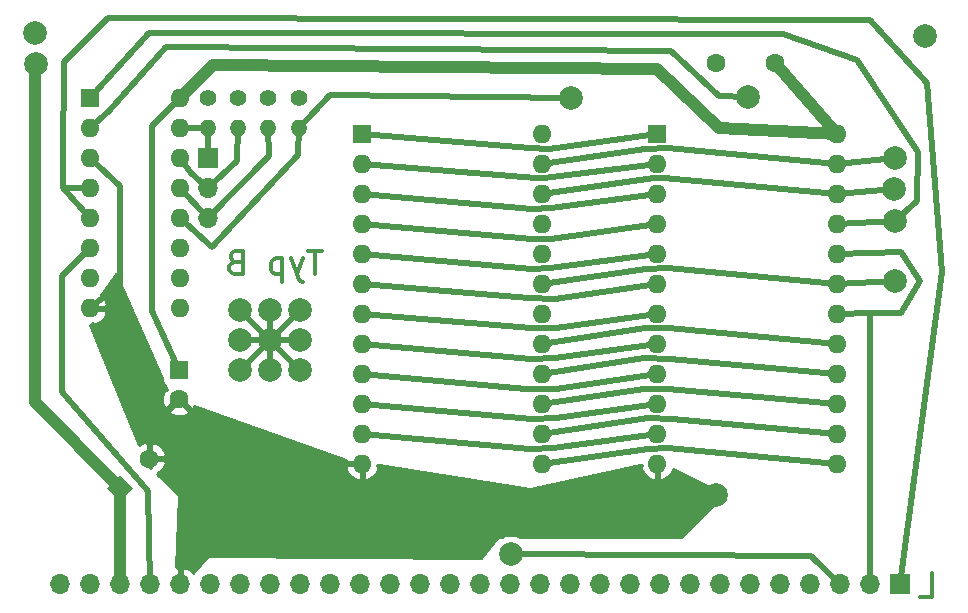
<source format=gbr>
%TF.GenerationSoftware,KiCad,Pcbnew,5.1.10*%
%TF.CreationDate,2021-11-29T21:20:16+01:00*%
%TF.ProjectId,Speichermodul_B,53706569-6368-4657-926d-6f64756c5f42,1*%
%TF.SameCoordinates,Original*%
%TF.FileFunction,Copper,L2,Bot*%
%TF.FilePolarity,Positive*%
%FSLAX46Y46*%
G04 Gerber Fmt 4.6, Leading zero omitted, Abs format (unit mm)*
G04 Created by KiCad (PCBNEW 5.1.10) date 2021-11-29 21:20:16*
%MOMM*%
%LPD*%
G01*
G04 APERTURE LIST*
%TA.AperFunction,NonConductor*%
%ADD10C,0.300000*%
%TD*%
%TA.AperFunction,ComponentPad*%
%ADD11O,1.400000X1.400000*%
%TD*%
%TA.AperFunction,ComponentPad*%
%ADD12C,1.400000*%
%TD*%
%TA.AperFunction,SMDPad,CuDef*%
%ADD13C,0.100000*%
%TD*%
%TA.AperFunction,SMDPad,CuDef*%
%ADD14R,5.080000X0.500000*%
%TD*%
%TA.AperFunction,SMDPad,CuDef*%
%ADD15R,0.500000X5.080000*%
%TD*%
%TA.AperFunction,SMDPad,CuDef*%
%ADD16C,2.000000*%
%TD*%
%TA.AperFunction,ComponentPad*%
%ADD17C,1.600000*%
%TD*%
%TA.AperFunction,ComponentPad*%
%ADD18R,1.600000X1.600000*%
%TD*%
%TA.AperFunction,ComponentPad*%
%ADD19O,1.700000X1.700000*%
%TD*%
%TA.AperFunction,ComponentPad*%
%ADD20R,1.700000X1.700000*%
%TD*%
%TA.AperFunction,ComponentPad*%
%ADD21O,1.600000X1.600000*%
%TD*%
%TA.AperFunction,ComponentPad*%
%ADD22C,0.100000*%
%TD*%
%TA.AperFunction,ViaPad*%
%ADD23C,2.000000*%
%TD*%
%TA.AperFunction,Conductor*%
%ADD24C,0.500000*%
%TD*%
%TA.AperFunction,Conductor*%
%ADD25C,1.000000*%
%TD*%
%TA.AperFunction,Conductor*%
%ADD26C,0.254000*%
%TD*%
%TA.AperFunction,Conductor*%
%ADD27C,0.100000*%
%TD*%
G04 APERTURE END LIST*
D10*
X190280952Y-136204761D02*
X191233333Y-136204761D01*
X191233333Y-134204761D01*
X139585476Y-106904761D02*
X138442619Y-106904761D01*
X139014047Y-108904761D02*
X139014047Y-106904761D01*
X137966428Y-107571428D02*
X137490238Y-108904761D01*
X137014047Y-107571428D02*
X137490238Y-108904761D01*
X137680714Y-109380952D01*
X137775952Y-109476190D01*
X137966428Y-109571428D01*
X136252142Y-107571428D02*
X136252142Y-109571428D01*
X136252142Y-107666666D02*
X136061666Y-107571428D01*
X135680714Y-107571428D01*
X135490238Y-107666666D01*
X135395000Y-107761904D01*
X135299761Y-107952380D01*
X135299761Y-108523809D01*
X135395000Y-108714285D01*
X135490238Y-108809523D01*
X135680714Y-108904761D01*
X136061666Y-108904761D01*
X136252142Y-108809523D01*
X132252142Y-107857142D02*
X131966428Y-107952380D01*
X131871190Y-108047619D01*
X131775952Y-108238095D01*
X131775952Y-108523809D01*
X131871190Y-108714285D01*
X131966428Y-108809523D01*
X132156904Y-108904761D01*
X132918809Y-108904761D01*
X132918809Y-106904761D01*
X132252142Y-106904761D01*
X132061666Y-107000000D01*
X131966428Y-107095238D01*
X131871190Y-107285714D01*
X131871190Y-107476190D01*
X131966428Y-107666666D01*
X132061666Y-107761904D01*
X132252142Y-107857142D01*
X132918809Y-107857142D01*
D11*
%TO.P,R4,2*%
%TO.N,Net-(R4-Pad2)*%
X137680000Y-96540000D03*
D12*
%TO.P,R4,1*%
%TO.N,U2*%
X137680000Y-94000000D03*
%TD*%
D11*
%TO.P,R3,2*%
%TO.N,Net-(R3-Pad2)*%
X135080000Y-96540000D03*
D12*
%TO.P,R3,1*%
%TO.N,U2*%
X135080000Y-94000000D03*
%TD*%
D11*
%TO.P,R2,2*%
%TO.N,Net-(R2-Pad2)*%
X132540000Y-96540000D03*
D12*
%TO.P,R2,1*%
%TO.N,U2*%
X132540000Y-94000000D03*
%TD*%
D11*
%TO.P,R1,2*%
%TO.N,Net-(R1-Pad2)*%
X130000000Y-96540000D03*
D12*
%TO.P,R1,1*%
%TO.N,U2*%
X130000000Y-94000000D03*
%TD*%
%TA.AperFunction,SMDPad,CuDef*%
D13*
%TO.P,REF\u002A\u002A,2*%
%TO.N,N/C*%
G36*
X132901903Y-111848350D02*
G01*
X137851650Y-116798097D01*
X137498097Y-117151650D01*
X132548350Y-112201903D01*
X132901903Y-111848350D01*
G37*
%TD.AperFunction*%
%TA.AperFunction,SMDPad,CuDef*%
G36*
X132548350Y-116798097D02*
G01*
X137498097Y-111848350D01*
X137851650Y-112201903D01*
X132901903Y-117151650D01*
X132548350Y-116798097D01*
G37*
%TD.AperFunction*%
D14*
X135200000Y-114500000D03*
D15*
X135200000Y-114500000D03*
D16*
%TO.P,REF\u002A\u002A,1*%
X132660000Y-114500000D03*
X132660000Y-111960000D03*
X135200000Y-111960000D03*
X137740000Y-111960000D03*
X137740000Y-114500000D03*
X137740000Y-117040000D03*
X135200000Y-117040000D03*
X132660000Y-117040000D03*
X135200000Y-114500000D03*
%TD*%
D17*
%TO.P,C4,2*%
%TO.N,GND*%
X127500000Y-119500000D03*
D18*
%TO.P,C4,1*%
%TO.N,+5P*%
X127500000Y-117000000D03*
%TD*%
D17*
%TO.P,C3,2*%
%TO.N,GND*%
X173000000Y-91000000D03*
%TO.P,C3,1*%
%TO.N,+5P*%
X178000000Y-91000000D03*
%TD*%
D19*
%TO.P,X11,3*%
%TO.N,Net-(R3-Pad2)*%
X130000000Y-104140000D03*
%TO.P,X11,2*%
%TO.N,Net-(R2-Pad2)*%
X130000000Y-101600000D03*
D20*
%TO.P,X11,1*%
%TO.N,Net-(R1-Pad2)*%
X130000000Y-99060000D03*
%TD*%
D21*
%TO.P,U3,24*%
%TO.N,U2*%
X158240000Y-97000000D03*
%TO.P,U3,12*%
%TO.N,GND*%
X143000000Y-124940000D03*
%TO.P,U3,23*%
%TO.N,/A8*%
X158240000Y-99540000D03*
%TO.P,U3,11*%
%TO.N,/D2*%
X143000000Y-122400000D03*
%TO.P,U3,22*%
%TO.N,/A9*%
X158240000Y-102080000D03*
%TO.P,U3,10*%
%TO.N,/D1*%
X143000000Y-119860000D03*
%TO.P,U3,21*%
%TO.N,R~W*%
X158240000Y-104620000D03*
%TO.P,U3,9*%
%TO.N,/D0*%
X143000000Y-117320000D03*
%TO.P,U3,20*%
%TO.N,Net-(R4-Pad2)*%
X158240000Y-107160000D03*
%TO.P,U3,8*%
%TO.N,/A0*%
X143000000Y-114780000D03*
%TO.P,U3,19*%
%TO.N,/A10*%
X158240000Y-109700000D03*
%TO.P,U3,7*%
%TO.N,/A1*%
X143000000Y-112240000D03*
%TO.P,U3,18*%
%TO.N,Net-(R4-Pad2)*%
X158240000Y-112240000D03*
%TO.P,U3,6*%
%TO.N,/A2*%
X143000000Y-109700000D03*
%TO.P,U3,17*%
%TO.N,/D7*%
X158240000Y-114780000D03*
%TO.P,U3,5*%
%TO.N,/A3*%
X143000000Y-107160000D03*
%TO.P,U3,16*%
%TO.N,/D6*%
X158240000Y-117320000D03*
%TO.P,U3,4*%
%TO.N,/A4*%
X143000000Y-104620000D03*
%TO.P,U3,15*%
%TO.N,/D5*%
X158240000Y-119860000D03*
%TO.P,U3,3*%
%TO.N,/A5*%
X143000000Y-102080000D03*
%TO.P,U3,14*%
%TO.N,/D4*%
X158240000Y-122400000D03*
%TO.P,U3,2*%
%TO.N,/A6*%
X143000000Y-99540000D03*
%TO.P,U3,13*%
%TO.N,/D3*%
X158240000Y-124940000D03*
D18*
%TO.P,U3,1*%
%TO.N,/A7*%
X143000000Y-97000000D03*
%TD*%
D21*
%TO.P,U2,24*%
%TO.N,+5P*%
X183240000Y-97000000D03*
%TO.P,U2,12*%
%TO.N,GND*%
X168000000Y-124940000D03*
%TO.P,U2,23*%
%TO.N,/A8*%
X183240000Y-99540000D03*
%TO.P,U2,11*%
%TO.N,/D2*%
X168000000Y-122400000D03*
%TO.P,U2,22*%
%TO.N,/A9*%
X183240000Y-102080000D03*
%TO.P,U2,10*%
%TO.N,/D1*%
X168000000Y-119860000D03*
%TO.P,U2,21*%
%TO.N,/A11*%
X183240000Y-104620000D03*
%TO.P,U2,9*%
%TO.N,/D0*%
X168000000Y-117320000D03*
%TO.P,U2,20*%
%TO.N,~CSB*%
X183240000Y-107160000D03*
%TO.P,U2,8*%
%TO.N,/A0*%
X168000000Y-114780000D03*
%TO.P,U2,19*%
%TO.N,/A10*%
X183240000Y-109700000D03*
%TO.P,U2,7*%
%TO.N,/A1*%
X168000000Y-112240000D03*
%TO.P,U2,18*%
%TO.N,~CSB*%
X183240000Y-112240000D03*
%TO.P,U2,6*%
%TO.N,/A2*%
X168000000Y-109700000D03*
%TO.P,U2,17*%
%TO.N,/D7*%
X183240000Y-114780000D03*
%TO.P,U2,5*%
%TO.N,/A3*%
X168000000Y-107160000D03*
%TO.P,U2,16*%
%TO.N,/D6*%
X183240000Y-117320000D03*
%TO.P,U2,4*%
%TO.N,/A4*%
X168000000Y-104620000D03*
%TO.P,U2,15*%
%TO.N,/D5*%
X183240000Y-119860000D03*
%TO.P,U2,3*%
%TO.N,/A5*%
X168000000Y-102080000D03*
%TO.P,U2,14*%
%TO.N,/D4*%
X183240000Y-122400000D03*
%TO.P,U2,2*%
%TO.N,/A6*%
X168000000Y-99540000D03*
%TO.P,U2,13*%
%TO.N,/D3*%
X183240000Y-124940000D03*
D18*
%TO.P,U2,1*%
%TO.N,/A7*%
X168000000Y-97000000D03*
%TD*%
D17*
%TO.P,C5,2*%
%TO.N,GND*%
X124974874Y-124525126D03*
%TA.AperFunction,ComponentPad*%
D22*
%TO.P,C5,1*%
%TO.N,U2*%
G36*
X122500000Y-128131371D02*
G01*
X121368629Y-127000000D01*
X122500000Y-125868629D01*
X123631371Y-127000000D01*
X122500000Y-128131371D01*
G37*
%TD.AperFunction*%
%TD*%
D19*
%TO.P,X10,29*%
%TO.N,Net-(X10-Pad29)*%
X117470000Y-135160000D03*
%TO.P,X10,28*%
%TO.N,+5P*%
X120010000Y-135160000D03*
%TO.P,X10,27*%
%TO.N,U2*%
X122550000Y-135160000D03*
%TO.P,X10,26*%
%TO.N,U1*%
X125090000Y-135160000D03*
%TO.P,X10,25*%
%TO.N,GND*%
X127630000Y-135160000D03*
%TO.P,X10,24*%
%TO.N,/A7*%
X130170000Y-135160000D03*
%TO.P,X10,23*%
%TO.N,/A6*%
X132710000Y-135160000D03*
%TO.P,X10,22*%
%TO.N,/A5*%
X135250000Y-135160000D03*
%TO.P,X10,21*%
%TO.N,/A4*%
X137790000Y-135160000D03*
%TO.P,X10,20*%
%TO.N,/A3*%
X140330000Y-135160000D03*
%TO.P,X10,19*%
%TO.N,/A2*%
X142870000Y-135160000D03*
%TO.P,X10,18*%
%TO.N,/A1*%
X145410000Y-135160000D03*
%TO.P,X10,17*%
%TO.N,/A0*%
X147950000Y-135160000D03*
%TO.P,X10,16*%
%TO.N,/D0*%
X150490000Y-135160000D03*
%TO.P,X10,15*%
%TO.N,/D1*%
X153030000Y-135160000D03*
%TO.P,X10,14*%
%TO.N,/D2*%
X155570000Y-135160000D03*
%TO.P,X10,13*%
%TO.N,/D3*%
X158110000Y-135160000D03*
%TO.P,X10,12*%
%TO.N,/D4*%
X160650000Y-135160000D03*
%TO.P,X10,11*%
%TO.N,/D5*%
X163190000Y-135160000D03*
%TO.P,X10,10*%
%TO.N,/D6*%
X165730000Y-135160000D03*
%TO.P,X10,9*%
%TO.N,/D7*%
X168270000Y-135160000D03*
%TO.P,X10,8*%
%TO.N,/A12*%
X170810000Y-135160000D03*
%TO.P,X10,7*%
%TO.N,/A11*%
X173350000Y-135160000D03*
%TO.P,X10,6*%
%TO.N,/A10*%
X175890000Y-135160000D03*
%TO.P,X10,5*%
%TO.N,/A9*%
X178430000Y-135160000D03*
%TO.P,X10,4*%
%TO.N,/A8*%
X180970000Y-135160000D03*
%TO.P,X10,3*%
%TO.N,R~W*%
X183510000Y-135160000D03*
%TO.P,X10,2*%
%TO.N,~CSB*%
X186050000Y-135160000D03*
D20*
%TO.P,X10,1*%
%TO.N,/~CSA*%
X188590000Y-135160000D03*
%TD*%
D21*
%TO.P,U15,16*%
%TO.N,+5P*%
X127620000Y-94000000D03*
%TO.P,U15,8*%
%TO.N,GND*%
X120000000Y-111780000D03*
%TO.P,U15,15*%
%TO.N,Net-(R1-Pad2)*%
X127620000Y-96540000D03*
%TO.P,U15,7*%
%TO.N,Net-(U15-Pad7)*%
X120000000Y-109240000D03*
%TO.P,U15,14*%
%TO.N,Net-(R2-Pad2)*%
X127620000Y-99080000D03*
%TO.P,U15,6*%
%TO.N,U1*%
X120000000Y-106700000D03*
%TO.P,U15,13*%
%TO.N,Net-(R3-Pad2)*%
X127620000Y-101620000D03*
%TO.P,U15,5*%
%TO.N,/~CSA*%
X120000000Y-104160000D03*
%TO.P,U15,12*%
%TO.N,Net-(R4-Pad2)*%
X127620000Y-104160000D03*
%TO.P,U15,4*%
%TO.N,/~CSA*%
X120000000Y-101620000D03*
%TO.P,U15,11*%
%TO.N,Net-(U15-Pad11)*%
X127620000Y-106700000D03*
%TO.P,U15,3*%
%TO.N,GND*%
X120000000Y-99080000D03*
%TO.P,U15,10*%
%TO.N,Net-(U15-Pad10)*%
X127620000Y-109240000D03*
%TO.P,U15,2*%
%TO.N,/A12*%
X120000000Y-96540000D03*
%TO.P,U15,9*%
%TO.N,Net-(U15-Pad9)*%
X127620000Y-111780000D03*
D18*
%TO.P,U15,1*%
%TO.N,/A11*%
X120000000Y-94000000D03*
%TD*%
D23*
%TO.N,*%
X115300000Y-88500000D03*
X190700000Y-88700000D03*
%TO.N,GND*%
X173000000Y-127600000D03*
%TO.N,/A8*%
X188100000Y-99100000D03*
%TO.N,/A9*%
X188000000Y-101700000D03*
%TO.N,/A10*%
X188100000Y-109500000D03*
%TO.N,R~W*%
X155600000Y-132600000D03*
%TO.N,/A12*%
X175700000Y-93900000D03*
%TO.N,/A11*%
X188100000Y-104400000D03*
%TO.N,U2*%
X115400000Y-91100000D03*
%TO.N,Net-(R4-Pad2)*%
X160700000Y-94000000D03*
%TD*%
D24*
%TO.N,GND*%
X120000000Y-99080000D02*
X122500000Y-101400000D01*
X122500000Y-101400000D02*
X122500000Y-109700000D01*
X122500000Y-109700000D02*
X120000000Y-111780000D01*
X127500000Y-119500000D02*
X125800000Y-121200000D01*
%TO.N,+5P*%
X127620000Y-94000000D02*
X125200000Y-96400000D01*
X125200000Y-96400000D02*
X125200000Y-112000000D01*
X125200000Y-112000000D02*
X127500000Y-117000000D01*
D25*
X178000000Y-91000000D02*
X183240000Y-97000000D01*
X173200000Y-96500000D02*
X183240000Y-97000000D01*
X168000000Y-91500000D02*
X173200000Y-96500000D01*
X130400000Y-91200000D02*
X168000000Y-91500000D01*
X127620000Y-94000000D02*
X130400000Y-91200000D01*
D24*
%TO.N,/A8*%
X188100000Y-99100000D02*
X183240000Y-99540000D01*
X168900000Y-98250000D02*
X183240000Y-99540000D01*
X167000000Y-98300000D02*
X168900000Y-98250000D01*
X158240000Y-99540000D02*
X167000000Y-98300000D01*
%TO.N,/D2*%
X157200000Y-123700000D02*
X143000000Y-122400000D01*
X159150000Y-123650000D02*
X157200000Y-123700000D01*
X168000000Y-122400000D02*
X159150000Y-123650000D01*
%TO.N,/A9*%
X188000000Y-101700000D02*
X183240000Y-102080000D01*
X158240000Y-102080000D02*
X167700000Y-100800000D01*
X167700000Y-100800000D02*
X168600000Y-100800000D01*
X168600000Y-100800000D02*
X183240000Y-102080000D01*
%TO.N,/D1*%
X157400000Y-121150000D02*
X143000000Y-119860000D01*
X159400000Y-121100000D02*
X157400000Y-121150000D01*
X168000000Y-119860000D02*
X159400000Y-121100000D01*
%TO.N,/D0*%
X168000000Y-117320000D02*
X159400000Y-118600000D01*
X159400000Y-118600000D02*
X156900000Y-118600000D01*
X156900000Y-118600000D02*
X143000000Y-117320000D01*
%TO.N,~CSB*%
X186050000Y-135160000D02*
X186017600Y-112217600D01*
X186017600Y-112217600D02*
X183240000Y-112240000D01*
X188600000Y-112200000D02*
X186017600Y-112217600D01*
X188600000Y-107000000D02*
X190200000Y-109500000D01*
X190200000Y-109500000D02*
X188600000Y-112200000D01*
X183240000Y-107160000D02*
X188600000Y-107000000D01*
%TO.N,/A0*%
X168000000Y-114780000D02*
X159300000Y-116000000D01*
X159300000Y-116000000D02*
X157300000Y-116100000D01*
X157300000Y-116100000D02*
X143000000Y-114780000D01*
%TO.N,/A10*%
X188100000Y-109500000D02*
X183240000Y-109700000D01*
X168900000Y-108400000D02*
X183240000Y-109700000D01*
X167050000Y-108450000D02*
X168900000Y-108400000D01*
X158240000Y-109700000D02*
X167050000Y-108450000D01*
%TO.N,/A1*%
X168000000Y-112240000D02*
X159400000Y-113500000D01*
X159400000Y-113500000D02*
X157300000Y-113500000D01*
X157300000Y-113500000D02*
X143000000Y-112240000D01*
%TO.N,/A2*%
X168000000Y-109700000D02*
X159300000Y-111000000D01*
X159300000Y-111000000D02*
X157100000Y-110900000D01*
X157100000Y-110900000D02*
X143000000Y-109700000D01*
%TO.N,/D7*%
X158240000Y-114780000D02*
X167000000Y-113500000D01*
X167000000Y-113500000D02*
X169000000Y-113500000D01*
X169000000Y-113500000D02*
X183240000Y-114780000D01*
%TO.N,/A3*%
X168000000Y-107160000D02*
X158900000Y-108400000D01*
X158900000Y-108400000D02*
X157400000Y-108500000D01*
X157400000Y-108500000D02*
X143000000Y-107160000D01*
%TO.N,/D6*%
X158240000Y-117320000D02*
X166900000Y-116000000D01*
X166900000Y-116000000D02*
X169100000Y-116100000D01*
X169100000Y-116100000D02*
X183240000Y-117320000D01*
%TO.N,/A4*%
X168000000Y-104620000D02*
X159000000Y-105900000D01*
X159000000Y-105900000D02*
X157400000Y-105900000D01*
X157400000Y-105900000D02*
X143000000Y-104620000D01*
%TO.N,/D5*%
X158240000Y-119860000D02*
X166900000Y-118600000D01*
X166900000Y-118600000D02*
X168900000Y-118600000D01*
X168900000Y-118600000D02*
X183240000Y-119860000D01*
%TO.N,/A5*%
X168000000Y-102080000D02*
X159000000Y-103300000D01*
X159000000Y-103300000D02*
X157400000Y-103400000D01*
X157400000Y-103400000D02*
X143000000Y-102080000D01*
%TO.N,/D4*%
X169250000Y-121150000D02*
X183240000Y-122400000D01*
X167250000Y-121100000D02*
X169250000Y-121150000D01*
X158240000Y-122400000D02*
X167250000Y-121100000D01*
%TO.N,/A6*%
X168000000Y-99540000D02*
X158400000Y-100800000D01*
X158400000Y-100800000D02*
X157700000Y-100800000D01*
X157700000Y-100800000D02*
X143000000Y-99540000D01*
%TO.N,/D3*%
X168900000Y-123650000D02*
X183240000Y-124940000D01*
X167200000Y-123700000D02*
X168900000Y-123650000D01*
X158240000Y-124940000D02*
X167200000Y-123700000D01*
%TO.N,/A7*%
X168000000Y-97000000D02*
X158800000Y-98300000D01*
X158800000Y-98300000D02*
X157200000Y-98200000D01*
X157200000Y-98200000D02*
X143000000Y-97000000D01*
%TO.N,R~W*%
X181000000Y-132800000D02*
X183510000Y-135160000D01*
X155600000Y-132600000D02*
X181000000Y-132800000D01*
%TO.N,/~CSA*%
X117700000Y-99200000D02*
X117800000Y-90900000D01*
X117800000Y-90900000D02*
X121500000Y-87200000D01*
X121500000Y-87200000D02*
X186000000Y-87400000D01*
X186000000Y-87400000D02*
X190800000Y-92700000D01*
X190800000Y-92700000D02*
X192100000Y-108700000D01*
X192100000Y-108700000D02*
X188590000Y-135160000D01*
X120000000Y-104160000D02*
X117700000Y-101600000D01*
X117700000Y-101600000D02*
X117700000Y-99200000D01*
X120000000Y-101620000D02*
X117700000Y-101600000D01*
%TO.N,/A12*%
X120000000Y-96540000D02*
X121600000Y-95100000D01*
X121600000Y-95100000D02*
X126400000Y-89700000D01*
X126400000Y-89700000D02*
X169200000Y-90000000D01*
X169200000Y-90000000D02*
X173200000Y-93800000D01*
X173200000Y-93800000D02*
X175700000Y-93900000D01*
%TO.N,/A11*%
X188100000Y-104400000D02*
X183240000Y-104620000D01*
X188100000Y-104400000D02*
X190000000Y-102700000D01*
X190000000Y-102700000D02*
X190100000Y-98600000D01*
X190100000Y-98600000D02*
X184900000Y-90800000D01*
X184900000Y-90800000D02*
X178600000Y-88600000D01*
X178600000Y-88600000D02*
X125000000Y-88500000D01*
X125000000Y-88500000D02*
X120000000Y-94000000D01*
D25*
%TO.N,U2*%
X122550000Y-135160000D02*
X122500000Y-127000000D01*
X122500000Y-127000000D02*
X115300000Y-119700000D01*
X115300000Y-119700000D02*
X115300000Y-91100000D01*
D24*
%TO.N,Net-(R1-Pad2)*%
X127620000Y-96540000D02*
X130000000Y-96540000D01*
X130000000Y-96540000D02*
X130000000Y-99060000D01*
%TO.N,Net-(R2-Pad2)*%
X127620000Y-99080000D02*
X128500000Y-100300000D01*
X128500000Y-100300000D02*
X130000000Y-101600000D01*
X132450000Y-99300000D02*
X132540000Y-96540000D01*
X130000000Y-101600000D02*
X132450000Y-99300000D01*
%TO.N,Net-(R3-Pad2)*%
X127620000Y-101620000D02*
X130000000Y-104140000D01*
X130000000Y-104140000D02*
X135100000Y-98900000D01*
X135100000Y-98900000D02*
X135080000Y-96540000D01*
%TO.N,Net-(R4-Pad2)*%
X160700000Y-94000000D02*
X140300000Y-93700000D01*
X140300000Y-93700000D02*
X137680000Y-96540000D01*
X137680000Y-96540000D02*
X137600000Y-98800000D01*
X137600000Y-98800000D02*
X130300000Y-106600000D01*
X130300000Y-106600000D02*
X127620000Y-104160000D01*
%TO.N,U1*%
X125090000Y-135160000D02*
X124900000Y-127300000D01*
X124900000Y-127300000D02*
X117600000Y-118900000D01*
X117600000Y-118900000D02*
X117600000Y-109100000D01*
X117600000Y-109100000D02*
X120000000Y-106700000D01*
%TD*%
D26*
%TO.N,GND*%
X126061928Y-117707840D02*
X126061928Y-117800000D01*
X126074188Y-117924482D01*
X126110498Y-118044180D01*
X126169463Y-118154494D01*
X126248815Y-118251185D01*
X126329781Y-118317631D01*
X126425685Y-118535968D01*
X126391023Y-118570630D01*
X126479989Y-118659596D01*
X126493732Y-118690883D01*
X126263329Y-118758486D01*
X126142429Y-119013996D01*
X126073700Y-119288184D01*
X126059783Y-119570512D01*
X126101213Y-119850130D01*
X126196397Y-120116292D01*
X126263329Y-120241514D01*
X126507298Y-120313097D01*
X127259481Y-119560915D01*
X128001082Y-119821477D01*
X128492702Y-120313097D01*
X128736671Y-120241514D01*
X128802230Y-120102962D01*
X141615829Y-124605037D01*
X141730085Y-124813000D01*
X142843021Y-124813000D01*
X143147000Y-124862029D01*
X143147000Y-125067000D01*
X143127000Y-125067000D01*
X143127000Y-126210624D01*
X143349040Y-126331909D01*
X143613881Y-126237070D01*
X143855131Y-126092385D01*
X144063519Y-125903414D01*
X144231037Y-125677420D01*
X144351246Y-125423087D01*
X144391904Y-125289039D01*
X144269916Y-125067002D01*
X144417833Y-125067002D01*
X157179777Y-127125380D01*
X157204626Y-127126916D01*
X157227795Y-127123921D01*
X166565000Y-125029595D01*
X166565000Y-125067002D01*
X166730084Y-125067002D01*
X166608096Y-125289039D01*
X166648754Y-125423087D01*
X166768963Y-125677420D01*
X166936481Y-125903414D01*
X167144869Y-126092385D01*
X167386119Y-126237070D01*
X167650960Y-126331909D01*
X167873000Y-126210624D01*
X167873000Y-125067000D01*
X167853000Y-125067000D01*
X167853000Y-124813000D01*
X167873000Y-124813000D01*
X167873000Y-124793000D01*
X168009192Y-124793000D01*
X168147000Y-124858908D01*
X168147000Y-125067000D01*
X168127000Y-125067000D01*
X168127000Y-126210624D01*
X168349040Y-126331909D01*
X168613881Y-126237070D01*
X168855131Y-126092385D01*
X169063519Y-125903414D01*
X169231037Y-125677420D01*
X169346711Y-125432683D01*
X172413701Y-126899504D01*
X173137477Y-127985168D01*
X170046247Y-131173000D01*
X156407266Y-131173000D01*
X156374463Y-131151082D01*
X156076912Y-131027832D01*
X155761033Y-130965000D01*
X155438967Y-130965000D01*
X155123088Y-131027832D01*
X154825537Y-131151082D01*
X154792734Y-131173000D01*
X154500000Y-131173000D01*
X154475224Y-131175440D01*
X154451399Y-131182667D01*
X154429443Y-131194403D01*
X154410197Y-131210197D01*
X154399752Y-131222030D01*
X153038305Y-132972461D01*
X130001100Y-132773005D01*
X129976303Y-132775230D01*
X129952417Y-132782251D01*
X129930359Y-132793796D01*
X129904232Y-132816589D01*
X128726335Y-134168989D01*
X128630269Y-134062412D01*
X128396920Y-133888359D01*
X128134099Y-133763175D01*
X127986890Y-133718524D01*
X127757000Y-133839845D01*
X127757000Y-135033000D01*
X127777000Y-135033000D01*
X127777000Y-135258966D01*
X127735164Y-135307000D01*
X127503000Y-135307000D01*
X127503000Y-135287000D01*
X127483000Y-135287000D01*
X127483000Y-135033000D01*
X127503000Y-135033000D01*
X127503000Y-133839845D01*
X127273110Y-133718524D01*
X127269129Y-133719732D01*
X127526884Y-127705438D01*
X127525506Y-127680580D01*
X127519306Y-127656468D01*
X127508521Y-127634029D01*
X127488092Y-127608519D01*
X125621176Y-125810749D01*
X125833644Y-125683449D01*
X126043121Y-125493654D01*
X126194926Y-125289039D01*
X141608096Y-125289039D01*
X141648754Y-125423087D01*
X141768963Y-125677420D01*
X141936481Y-125903414D01*
X142144869Y-126092385D01*
X142386119Y-126237070D01*
X142650960Y-126331909D01*
X142873000Y-126210624D01*
X142873000Y-125067000D01*
X141730085Y-125067000D01*
X141608096Y-125289039D01*
X126194926Y-125289039D01*
X126211545Y-125266639D01*
X126332445Y-125011128D01*
X126373662Y-124875255D01*
X126251767Y-124652126D01*
X125101874Y-124652126D01*
X125101874Y-125310680D01*
X124847874Y-125066087D01*
X124847874Y-124831734D01*
X124960733Y-124718875D01*
X124781125Y-124539267D01*
X124668266Y-124652126D01*
X124655131Y-124652126D01*
X124551943Y-124398126D01*
X124668266Y-124398126D01*
X124781125Y-124510985D01*
X124960733Y-124331377D01*
X124847874Y-124218518D01*
X124847874Y-123248233D01*
X125101874Y-123248233D01*
X125101874Y-124398126D01*
X126251767Y-124398126D01*
X126373662Y-124174997D01*
X126278478Y-123908835D01*
X126133197Y-123666356D01*
X125943402Y-123456879D01*
X125716387Y-123288455D01*
X125460876Y-123167555D01*
X125325003Y-123126338D01*
X125101874Y-123248233D01*
X124847874Y-123248233D01*
X124624745Y-123126338D01*
X124358583Y-123221522D01*
X124129667Y-123358677D01*
X122965365Y-120492702D01*
X126686903Y-120492702D01*
X126758486Y-120736671D01*
X127013996Y-120857571D01*
X127288184Y-120926300D01*
X127570512Y-120940217D01*
X127850130Y-120898787D01*
X128116292Y-120803603D01*
X128241514Y-120736671D01*
X128313097Y-120492702D01*
X127500000Y-119679605D01*
X126686903Y-120492702D01*
X122965365Y-120492702D01*
X120008799Y-113215000D01*
X120127002Y-113215000D01*
X120127002Y-113050625D01*
X120349040Y-113171909D01*
X120613881Y-113077070D01*
X120855131Y-112932385D01*
X121063519Y-112743414D01*
X121231037Y-112517420D01*
X121351246Y-112263087D01*
X121391904Y-112129039D01*
X121269915Y-111907000D01*
X120127000Y-111907000D01*
X120127000Y-111927000D01*
X119929408Y-111927000D01*
X120129354Y-111653000D01*
X121269915Y-111653000D01*
X121391904Y-111430961D01*
X121351246Y-111296913D01*
X121231037Y-111042580D01*
X121063519Y-110816586D01*
X120868657Y-110639881D01*
X122172486Y-108853152D01*
X126061928Y-117707840D01*
%TA.AperFunction,Conductor*%
D27*
G36*
X126061928Y-117707840D02*
G01*
X126061928Y-117800000D01*
X126074188Y-117924482D01*
X126110498Y-118044180D01*
X126169463Y-118154494D01*
X126248815Y-118251185D01*
X126329781Y-118317631D01*
X126425685Y-118535968D01*
X126391023Y-118570630D01*
X126479989Y-118659596D01*
X126493732Y-118690883D01*
X126263329Y-118758486D01*
X126142429Y-119013996D01*
X126073700Y-119288184D01*
X126059783Y-119570512D01*
X126101213Y-119850130D01*
X126196397Y-120116292D01*
X126263329Y-120241514D01*
X126507298Y-120313097D01*
X127259481Y-119560915D01*
X128001082Y-119821477D01*
X128492702Y-120313097D01*
X128736671Y-120241514D01*
X128802230Y-120102962D01*
X141615829Y-124605037D01*
X141730085Y-124813000D01*
X142843021Y-124813000D01*
X143147000Y-124862029D01*
X143147000Y-125067000D01*
X143127000Y-125067000D01*
X143127000Y-126210624D01*
X143349040Y-126331909D01*
X143613881Y-126237070D01*
X143855131Y-126092385D01*
X144063519Y-125903414D01*
X144231037Y-125677420D01*
X144351246Y-125423087D01*
X144391904Y-125289039D01*
X144269916Y-125067002D01*
X144417833Y-125067002D01*
X157179777Y-127125380D01*
X157204626Y-127126916D01*
X157227795Y-127123921D01*
X166565000Y-125029595D01*
X166565000Y-125067002D01*
X166730084Y-125067002D01*
X166608096Y-125289039D01*
X166648754Y-125423087D01*
X166768963Y-125677420D01*
X166936481Y-125903414D01*
X167144869Y-126092385D01*
X167386119Y-126237070D01*
X167650960Y-126331909D01*
X167873000Y-126210624D01*
X167873000Y-125067000D01*
X167853000Y-125067000D01*
X167853000Y-124813000D01*
X167873000Y-124813000D01*
X167873000Y-124793000D01*
X168009192Y-124793000D01*
X168147000Y-124858908D01*
X168147000Y-125067000D01*
X168127000Y-125067000D01*
X168127000Y-126210624D01*
X168349040Y-126331909D01*
X168613881Y-126237070D01*
X168855131Y-126092385D01*
X169063519Y-125903414D01*
X169231037Y-125677420D01*
X169346711Y-125432683D01*
X172413701Y-126899504D01*
X173137477Y-127985168D01*
X170046247Y-131173000D01*
X156407266Y-131173000D01*
X156374463Y-131151082D01*
X156076912Y-131027832D01*
X155761033Y-130965000D01*
X155438967Y-130965000D01*
X155123088Y-131027832D01*
X154825537Y-131151082D01*
X154792734Y-131173000D01*
X154500000Y-131173000D01*
X154475224Y-131175440D01*
X154451399Y-131182667D01*
X154429443Y-131194403D01*
X154410197Y-131210197D01*
X154399752Y-131222030D01*
X153038305Y-132972461D01*
X130001100Y-132773005D01*
X129976303Y-132775230D01*
X129952417Y-132782251D01*
X129930359Y-132793796D01*
X129904232Y-132816589D01*
X128726335Y-134168989D01*
X128630269Y-134062412D01*
X128396920Y-133888359D01*
X128134099Y-133763175D01*
X127986890Y-133718524D01*
X127757000Y-133839845D01*
X127757000Y-135033000D01*
X127777000Y-135033000D01*
X127777000Y-135258966D01*
X127735164Y-135307000D01*
X127503000Y-135307000D01*
X127503000Y-135287000D01*
X127483000Y-135287000D01*
X127483000Y-135033000D01*
X127503000Y-135033000D01*
X127503000Y-133839845D01*
X127273110Y-133718524D01*
X127269129Y-133719732D01*
X127526884Y-127705438D01*
X127525506Y-127680580D01*
X127519306Y-127656468D01*
X127508521Y-127634029D01*
X127488092Y-127608519D01*
X125621176Y-125810749D01*
X125833644Y-125683449D01*
X126043121Y-125493654D01*
X126194926Y-125289039D01*
X141608096Y-125289039D01*
X141648754Y-125423087D01*
X141768963Y-125677420D01*
X141936481Y-125903414D01*
X142144869Y-126092385D01*
X142386119Y-126237070D01*
X142650960Y-126331909D01*
X142873000Y-126210624D01*
X142873000Y-125067000D01*
X141730085Y-125067000D01*
X141608096Y-125289039D01*
X126194926Y-125289039D01*
X126211545Y-125266639D01*
X126332445Y-125011128D01*
X126373662Y-124875255D01*
X126251767Y-124652126D01*
X125101874Y-124652126D01*
X125101874Y-125310680D01*
X124847874Y-125066087D01*
X124847874Y-124831734D01*
X124960733Y-124718875D01*
X124781125Y-124539267D01*
X124668266Y-124652126D01*
X124655131Y-124652126D01*
X124551943Y-124398126D01*
X124668266Y-124398126D01*
X124781125Y-124510985D01*
X124960733Y-124331377D01*
X124847874Y-124218518D01*
X124847874Y-123248233D01*
X125101874Y-123248233D01*
X125101874Y-124398126D01*
X126251767Y-124398126D01*
X126373662Y-124174997D01*
X126278478Y-123908835D01*
X126133197Y-123666356D01*
X125943402Y-123456879D01*
X125716387Y-123288455D01*
X125460876Y-123167555D01*
X125325003Y-123126338D01*
X125101874Y-123248233D01*
X124847874Y-123248233D01*
X124624745Y-123126338D01*
X124358583Y-123221522D01*
X124129667Y-123358677D01*
X122965365Y-120492702D01*
X126686903Y-120492702D01*
X126758486Y-120736671D01*
X127013996Y-120857571D01*
X127288184Y-120926300D01*
X127570512Y-120940217D01*
X127850130Y-120898787D01*
X128116292Y-120803603D01*
X128241514Y-120736671D01*
X128313097Y-120492702D01*
X127500000Y-119679605D01*
X126686903Y-120492702D01*
X122965365Y-120492702D01*
X120008799Y-113215000D01*
X120127002Y-113215000D01*
X120127002Y-113050625D01*
X120349040Y-113171909D01*
X120613881Y-113077070D01*
X120855131Y-112932385D01*
X121063519Y-112743414D01*
X121231037Y-112517420D01*
X121351246Y-112263087D01*
X121391904Y-112129039D01*
X121269915Y-111907000D01*
X120127000Y-111907000D01*
X120127000Y-111927000D01*
X119929408Y-111927000D01*
X120129354Y-111653000D01*
X121269915Y-111653000D01*
X121391904Y-111430961D01*
X121351246Y-111296913D01*
X121231037Y-111042580D01*
X121063519Y-110816586D01*
X120868657Y-110639881D01*
X122172486Y-108853152D01*
X126061928Y-117707840D01*
G37*
%TD.AperFunction*%
%TD*%
M02*

</source>
